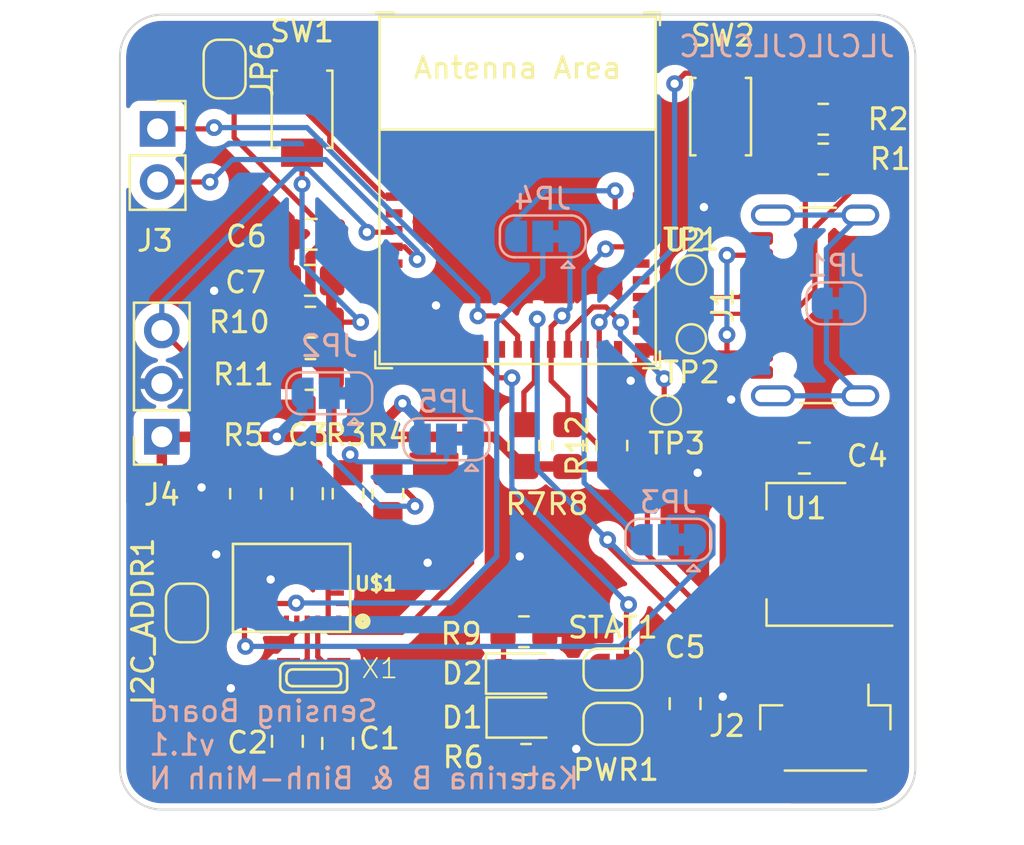
<source format=kicad_pcb>
(kicad_pcb (version 20221018) (generator pcbnew)
  (layers (0 "F.Cu" signal) (31 "B.Cu" signal) (34 "B.Paste" user) (35 "F.Paste" user) (36 "B.SilkS" user "B.Silkscreen") (37 "F.SilkS" user "F.Silkscreen") (38 "B.Mask" user) (39 "F.Mask" user) (44 "Edge.Cuts" user))
  (net 0 "")
  (net 1 "GND")
  (net 2 "Net-(U$1-XIN32)")
  (net 3 "Net-(U$1-XOUT32)")
  (net 4 "Net-(U$1-CAP)")
  (net 5 "Net-(U1-VI)")
  (net 6 "+3V3")
  (net 7 "~{RST}")
  (net 8 "Net-(D1-K)")
  (net 9 "Net-(D1-A)")
  (net 10 "Net-(D2-K)")
  (net 11 "Net-(D2-A)")
  (net 12 "/I2CADDR_3V")
  (net 13 "ADC1-4")
  (net 14 "ADC1-3")
  (net 15 "ADC1-2")
  (net 16 "SDA")
  (net 17 "SCL")
  (net 18 "USB_N")
  (net 19 "USB_P")
  (net 20 "/PS0_3V")
  (net 21 "/PS1_3V")
  (net 22 "GPIO10")
  (net 23 "BOOT")
  (net 25 "/NRESET_3V")
  (net 26 "/INT_3V")
  (net 35 "Net-(U2-GPIO7)")
  (net 44 "Net-(JP2-C)")
  (net 45 "IMU_COM0")
  (net 46 "ESP_RX")
  (net 47 "IMU_COM1")
  (net 48 "ESP_TX")
  (net 49 "Net-(U2-GPIO8)")
  (net 50 "Net-(J1-SHIELD)")
  (net 51 "Net-(J1-CC2)")
  (net 52 "Net-(J1-CC1)")
  (net 53 "Net-(JP5-C)")
  (net 54 "Net-(JP6-A)")
  (footprint "Capacitor_SMD:C_0805_2012Metric_Pad1.18x1.45mm_HandSolder" (layer "F.Cu") (at 58 84.7375 90)
    (fp_text reference "C2")
    (fp_text value "22p")
  )
  (footprint "Resistor_SMD:R_0805_2012Metric_Pad1.20x1.40mm_HandSolder" (layer "F.Cu") (at 59.1 67.2 180)
    (fp_text reference "R11")
    (fp_text value "100k")
  )
  (footprint "sensingBoard-Library:BNO055" (layer "F.Cu") (at 58.2 77.4 180)
    (fp_text reference "U$1")
    (fp_text value "BNO055")
  )
  (footprint "Jumper:SolderJumper-2_P1.3mm_Bridged_RoundedPad1.0x1.5mm" (layer "F.Cu") (at 55 52.6 -90)
    (fp_text reference "JP6")
    (fp_text value "~")
  )
  (footprint "TestPoint:TestPoint_Pad_D1.0mm" (layer "F.Cu") (at 77.3 65.5)
    (fp_text reference "TP2")
    (fp_text value "TestPoint")
  )
  (footprint "Resistor_SMD:R_0805_2012Metric_Pad1.20x1.40mm_HandSolder" (layer "F.Cu") (at 69.3 79.5)
    (fp_text reference "R9")
    (fp_text value "4.7k")
  )
  (footprint "Jumper:SolderJumper-2_P1.3mm_Bridged_RoundedPad1.0x1.5mm" (layer "F.Cu") (at 73.55 81.3)
    (fp_text reference "STAT1")
    (fp_text value "~")
  )
  (footprint "sensingBoard-Library:SMD_Pushbutton_3mmx4mm" (layer "F.Cu") (at 58.7 54.525 -90)
    (fp_text reference "SW1")
    (fp_text value "SW_Push")
  )
  (footprint "Resistor_SMD:R_0805_2012Metric_Pad1.20x1.40mm_HandSolder" (layer "F.Cu") (at 71.4 70.6 90)
    (fp_text reference "R8")
    (fp_text value "2.2k")
  )
  (footprint "Connector_PinSocket_2.54mm:PinSocket_1x03_P2.54mm_Vertical" (layer "F.Cu") (at 52 70.18 180)
    (fp_text reference "J4")
    (fp_text value "Conn_01x03_Socket" hide)
  )
  (footprint "LED_SMD:LED_0805_2012Metric_Pad1.15x1.40mm_HandSolder" (layer "F.Cu") (at 69.35 81.5)
    (fp_text reference "D2")
    (fp_text value "Blue")
  )
  (footprint "Connector_JST:JST_SH_BM04B-SRSS-TB_1x04-1MP_P1.00mm_Vertical" (layer "F.Cu") (at 83.7 84.125 180)
    (fp_text reference "J2")
    (fp_text value "Conn_01x04_MountingPin")
  )
  (footprint "Capacitor_SMD:C_0805_2012Metric_Pad1.18x1.45mm_HandSolder" (layer "F.Cu") (at 60.4 84.8375 90)
    (fp_text reference "C1")
    (fp_text value "22p")
  )
  (footprint "LED_SMD:LED_0805_2012Metric_Pad1.15x1.40mm_HandSolder" (layer "F.Cu") (at 69.375 83.6)
    (fp_text reference "D1")
    (fp_text value "Red")
  )
  (footprint "Resistor_SMD:R_0805_2012Metric_Pad1.20x1.40mm_HandSolder" (layer "F.Cu") (at 69.4 85.6)
    (fp_text reference "R6")
    (fp_text value "4.7k")
  )
  (footprint "Package_TO_SOT_SMD:SOT-223-3_TabPin2" (layer "F.Cu") (at 82.8 75.8 180)
    (fp_text reference "U1")
    (fp_text value "AMS1117")
  )
  (footprint "Connector_PinSocket_2.54mm:PinSocket_1x02_P2.54mm_Vertical" (layer "F.Cu") (at 51.8 55.46)
    (fp_text reference "J3")
    (fp_text value "Conn_01x02_Socket")
  )
  (footprint "PCM_Espressif:ESP32-C3-MINI-1" (layer "F.Cu") (at 69 58.4)
    (fp_text reference "U2")
    (fp_text value "ESP32-C3-MINI-1")
  )
  (footprint "Capacitor_SMD:C_0805_2012Metric_Pad1.18x1.45mm_HandSolder" (layer "F.Cu") (at 58.95575 72.9 -90)
    (fp_text reference "C3")
    (fp_text value "0.1u")
  )
  (footprint "Resistor_SMD:R_0805_2012Metric_Pad1.20x1.40mm_HandSolder" (layer "F.Cu") (at 73.5 70.6 90)
    (fp_text reference "R12")
    (fp_text value "100k")
  )
  (footprint "Resistor_SMD:R_0805_2012Metric_Pad1.20x1.40mm_HandSolder" (layer "F.Cu") (at 83.6 55 180)
    (fp_text reference "R2")
    (fp_text value "5.1K")
  )
  (footprint "sensingBoard-Library:XTAL3215" (layer "F.Cu") (at 59.25575 81.7 180)
    (fp_text reference "X1")
    (fp_text value "32.768")
  )
  (footprint "Jumper:SolderJumper-2_P1.3mm_Open_RoundedPad1.0x1.5mm" (layer "F.Cu") (at 53.2 78.6 90)
    (fp_text reference "I2C_ADDR1")
    (fp_text value "~")
  )
  (footprint "Capacitor_SMD:C_0805_2012Metric_Pad1.18x1.45mm_HandSolder" (layer "F.Cu") (at 59.1 62.7 180)
    (fp_text reference "C7")
    (fp_text value "0.1u")
  )
  (footprint "Capacitor_SMD:C_0805_2012Metric_Pad1.18x1.45mm_HandSolder" (layer "F.Cu") (at 77 82.9375 90)
    (fp_text reference "C5")
    (fp_text value "C")
  )
  (footprint "sensingBoard-Library:SMD_Pushbutton_3mmx4mm" (layer "F.Cu") (at 78.7 54.875 90)
    (fp_text reference "SW2")
    (fp_text value "SW_Push")
  )
  (footprint "Capacitor_SMD:C_0805_2012Metric_Pad1.18x1.45mm_HandSolder" (layer "F.Cu") (at 59.1375 60.5 180)
    (fp_text reference "C6")
    (fp_text value "0.1u")
  )
  (footprint "Jumper:SolderJumper-2_P1.3mm_Bridged_RoundedPad1.0x1.5mm" (layer "F.Cu") (at 73.55 83.9)
    (fp_text reference "PWR1")
    (fp_text value "~")
  )
  (footprint "TestPoint:TestPoint_Pad_D1.0mm" (layer "F.Cu") (at 77.3 62.2)
    (fp_text reference "TP1")
    (fp_text value "TestPoint")
  )
  (footprint "Resistor_SMD:R_0805_2012Metric_Pad1.20x1.40mm_HandSolder" (layer "F.Cu") (at 83.6 56.9 180)
    (fp_text reference "R1")
    (fp_text value "5.1K")
  )
  (footprint "Connector_USB:USB_C_Receptacle_GCT_USB4105-xx-A_16P_TopMnt_Horizontal" (layer "F.Cu") (at 84.3 63.9 90)
    (fp_text reference "J1")
    (fp_text value "USB_C_Receptacle_USB2.0_14P")
  )
  (footprint "Resistor_SMD:R_0805_2012Metric_Pad1.20x1.40mm_HandSolder" (layer "F.Cu") (at 59.1 64.7)
    (fp_text reference "R10")
    (fp_text value "100k")
  )
  (footprint "Resistor_SMD:R_0805_2012Metric_Pad1.20x1.40mm_HandSolder" (layer "F.Cu") (at 56 72.9 90)
    (fp_text reference "R5")
    (fp_text value "10k")
  )
  (footprint "Resistor_SMD:R_0805_2012Metric_Pad1.20x1.40mm_HandSolder" (layer "F.Cu") (at 60.9 72.9 90)
    (fp_text reference "R3")
    (fp_text value "10k")
  )
  (footprint "Resistor_SMD:R_0805_2012Metric_Pad1.20x1.40mm_HandSolder" (layer "F.Cu") (at 62.8 72.9 90)
    (fp_text reference "R4")
    (fp_text value "10k")
  )
  (footprint "Capacitor_SMD:C_0805_2012Metric_Pad1.18x1.45mm_HandSolder" (layer "F.Cu") (at 82.7 71.2 180)
    (fp_text reference "C4")
    (fp_text value "C")
  )
  (footprint "Resistor_SMD:R_0805_2012Metric_Pad1.20x1.40mm_HandSolder" (layer "F.Cu") (at 69.3 70.6 -90)
    (fp_text reference "R7")
    (fp_text value "2.2k")
  )
  (footprint "TestPoint:TestPoint_Pad_D1.0mm" (layer "F.Cu") (at 76.1 68.9)
    (fp_text reference "TP3")
    (fp_text value "TestPoint")
  )
  (footprint "Jumper:SolderJumper-3_P1.3mm_Bridged12_RoundedPad1.0x1.5mm" (layer "B.Cu") (at 60 68.1 180)
    (fp_text reference "JP2")
    (fp_text value "SolderJumper_3_Bridged12")
  )
  (footprint "Jumper:SolderJumper-2_P1.3mm_Bridged_RoundedPad1.0x1.5mm" (layer "B.Cu") (at 84.2 63.8 180)
    (fp_text reference "JP1")
    (fp_text value "~")
  )
  (footprint "Jumper:SolderJumper-3_P1.3mm_Bridged12_RoundedPad1.0x1.5mm" (layer "B.Cu") (at 65.6 70.3 180)
    (fp_text reference "JP5")
    (fp_text value "SolderJumper_3_Bridged12")
  )
  (footprint "Jumper:SolderJumper-3_P1.3mm_Bridged12_RoundedPad1.0x1.5mm" (layer "B.Cu") (at 76.2 75.1 180)
    (fp_text reference "JP3")
    (fp_text value "SolderJumper_3_Bridged12")
  )
  (footprint "Jumper:SolderJumper-3_P1.3mm_Bridged12_RoundedPad1.0x1.5mm" (layer "B.Cu") (at 70.2 60.6 180)
    (fp_text reference "JP4")
    (fp_text value "SolderJumper_3_Bridged12")
  )
  (gr_line (start 86 88) (end 52 88) (stroke (width 0.1)) (layer "Edge.Cuts"))
  (gr_arc (start 50 52) (mid 50.585786 50.585786) (end 52 50) (stroke (width 0.1)) (layer "Edge.Cuts"))
  (gr_line (start 50 86) (end 50 52) (stroke (width 0.1)) (layer "Edge.Cuts"))
  (gr_line (start 88 52) (end 88 86) (stroke (width 0.1)) (layer "Edge.Cuts"))
  (gr_arc (start 88 86) (mid 87.414214 87.414214) (end 86 88) (stroke (width 0.1)) (layer "Edge.Cuts"))
  (gr_line (start 52 50) (end 86 50) (stroke (width 0.1)) (layer "Edge.Cuts"))
  (gr_arc (start 52 88) (mid 50.585786 87.414214) (end 50 86) (stroke (width 0.1)) (layer "Edge.Cuts"))
  (gr_arc (start 86 50) (mid 87.414214 50.585786) (end 88 52) (stroke (width 0.1)) (layer "Edge.Cuts"))
  (gr_text "Sensing Board\nv1.1\nKaterina B & Binh-Minh N" (at 51.3 84.9) (layer "B.SilkS") (effects (font (size 1 1)) (justify right mirror)))
  (gr_text "JLCJLCJLCJLC" (at 87.1 52.1) (layer "B.SilkS") (effects (font (size 1 1)) (justify left bottom mirror)))
  (segment (start 55.95 76.5875) (end 55.8875 76.65) (width 0.25) (layer "F.Cu") (net 1))
  (segment (start 58.5 76.8) (end 58.3 77) (width 0.25) (layer "F.Cu") (net 1))
  (segment (start 56.55 77.65) (end 57.2 77) (width 0.25) (layer "F.Cu") (net 1))
  (segment (start 55.95 75.8375) (end 54.6375 75.8375) (width 0.25) (layer "F.Cu") (net 1))
  (segment (start 55.95 75.8375) (end 55.95 76.5875) (width 0.25) (layer "F.Cu") (net 1))
  (segment (start 60.5125 78.15) (end 62.75 78.15) (width 0.25) (layer "F.Cu") (net 1))
  (segment (start 63.1 66) (end 63.05 66.05) (width 0.25) (layer "F.Cu") (net 1))
  (segment (start 58.3 77) (end 57.2 77) (width 0.25) (layer "F.Cu") (net 1))
  (segment (start 57.275 80.425) (end 56.7 81) (width 0.25) (layer "F.Cu") (net 1))
  (segment (start 56.7 81) (end 56.7 81.1) (width 0.25) (layer "F.Cu") (net 1))
  (segment (start 58.45 76.75) (end 58.5 76.8) (width 0.25) (layer "F.Cu") (net 1))
  (segment (start 58.45 78.9625) (end 58.45 79.475) (width 0.25) (layer "F.Cu") (net 1))
  (segment (start 62.75 78.15) (end 64.7 76.2) (width 0.25) (layer "F.Cu") (net 1))
  (segment (start 54.6375 75.8375) (end 54.6 75.8) (width 0.25) (layer "F.Cu") (net 1))
  (segment (start 57.5 80.425) (end 57.275 80.425) (width 0.25) (layer "F.Cu") (net 1))
  (segment (start 55.8875 77.65) (end 56.55 77.65) (width 0.25) (layer "F.Cu") (net 1))
  (segment (start 58.45 79.475) (end 57.5 80.425) (width 0.25) (layer "F.Cu") (net 1))
  (segment (start 58.45 75.8375) (end 58.45 76.75) (width 0.25) (layer "F.Cu") (net 1))
  (via (at 79.2 68.4) (size 0.8) (drill 0.4) (layers "F.Cu" "B.Cu") (net 1))
  (via (at 53.9 72.6) (size 0.8) (drill 0.4) (layers "F.Cu" "B.Cu") (net 1))
  (via (at 78.8 82.6) (size 0.8) (drill 0.4) (layers "F.Cu" "B.Cu") (net 1))
  (via (at 69.1 75.9) (size 0.8) (drill 0.4) (layers "F.Cu" "B.Cu") (net 1))
  (via (at 74.4 67.5) (size 0.8) (drill 0.4) (layers "F.Cu" "B.Cu") (net 1))
  (via (at 65.1 63.9) (size 0.8) (drill 0.4) (layers "F.Cu" "B.Cu") (net 1))
  (via (at 57.2 77) (size 0.8) (drill 0.4) (layers "F.Cu" "B.Cu") (net 1))
  (via (at 71.8 85.1) (size 0.8) (drill 0.4) (layers "F.Cu" "B.Cu") (net 1))
  (via (at 55.3 82.2) (size 0.8) (drill 0.4) (layers "F.Cu" "B.Cu") (net 1))
  (via (at 64.7 76.2) (size 0.8) (drill 0.4) (layers "F.Cu" "B.Cu") (net 1))
  (via (at 54.5 63.2) (size 0.8) (drill 0.4) (layers "F.Cu" "B.Cu") (net 1))
  (via (at 77.6 71.9) (size 0.8) (drill 0.4) (layers "F.Cu" "B.Cu") (net 1))
  (via (at 77.9 59.2) (size 0.8) (drill 0.4) (layers "F.Cu" "B.Cu") (net 1))
  (via (at 54.6 75.8) (size 0.8) (drill 0.4) (layers "F.Cu" "B.Cu") (net 1))
  (segment (start 59.45 78.9625) (end 59.45 80.69425) (width 0.25) (layer "F.Cu") (net 2))
  (segment (start 60.4 83.8) (end 60.4 81.75575) (width 0.25) (layer "F.Cu") (net 2))
  (segment (start 60.4 81.75575) (end 60.45575 81.7) (width 0.25) (layer "F.Cu") (net 2))
  (segment (start 59.45 80.69425) (end 60.45575 81.7) (width 0.25) (layer "F.Cu") (net 2))
  (segment (start 58.05575 81.7) (end 58.1 81.7) (width 0.25) (layer "F.Cu") (net 3))
  (segment (start 58.05575 83.64425) (end 58.05575 81.7) (width 0.25) (layer "F.Cu") (net 3))
  (segment (start 58.95 78.9625) (end 58.95 80.80575) (width 0.25) (layer "F.Cu") (net 3))
  (segment (start 58 83.7) (end 58.05575 83.64425) (width 0.25) (layer "F.Cu") (net 3))
  (segment (start 58.95 80.80575) (end 58.05575 81.7) (width 0.25) (layer "F.Cu") (net 3))
  (segment (start 58.95575 75.83175) (end 58.95 75.8375) (width 0.25) (layer "F.Cu") (net 4))
  (segment (start 58.95575 73.9375) (end 58.95575 75.83175) (width 0.25) (layer "F.Cu") (net 4))
  (segment (start 85.95 73.5) (end 84.6 73.5) (width 0.5) (layer "F.Cu") (net 5))
  (segment (start 80.62 66.3) (end 79 66.3) (width 0.5) (layer "F.Cu") (net 5))
  (segment (start 83.7375 72.6375) (end 83.7375 71.2) (width 0.5) (layer "F.Cu") (net 5))
  (segment (start 84.6 73.5) (end 83.7375 72.6375) (width 0.5) (layer "F.Cu") (net 5))
  (segment (start 77.9 69.1) (end 78.7 69.9) (width 0.5) (layer "F.Cu") (net 5))
  (segment (start 79 65.3) (end 79 66.3) (width 0.25) (layer "F.Cu") (net 5))
  (segment (start 82.4375 69.9) (end 83.7375 71.2) (width 0.5) (layer "F.Cu") (net 5))
  (segment (start 78.7 69.9) (end 82.4375 69.9) (width 0.5) (layer "F.Cu") (net 5))
  (segment (start 78.6 66.3) (end 77.9 67) (width 0.5) (layer "F.Cu") (net 5))
  (segment (start 77.9 67) (end 77.9 69.1) (width 0.5) (layer "F.Cu") (net 5))
  (segment (start 79 66.3) (end 78.6 66.3) (width 0.5) (layer "F.Cu") (net 5))
  (segment (start 80.62 61.5) (end 79 61.5) (width 0.25) (layer "F.Cu") (net 5))
  (via (at 79 61.5) (size 0.8) (drill 0.4) (layers "F.Cu" "B.Cu") (net 5))
  (via (at 79 65.3) (size 0.8) (drill 0.4) (layers "F.Cu" "B.Cu") (net 5))
  (segment (start 79 61.5) (end 79 65.3) (width 0.25) (layer "B.Cu") (net 5))
  (segment (start 81.6 86.9) (end 84.2 84.3) (width 0.5) (layer "F.Cu") (net 6))
  (segment (start 60.074695 60.5) (end 60.175 60.5) (width 0.25) (layer "F.Cu") (net 6))
  (segment (start 60.1 69.98) (end 60.1 67.2) (width 0.5) (layer "F.Cu") (net 6))
  (segment (start 69.3 71.6) (end 71.4 71.6) (width 0.5) (layer "F.Cu") (net 6))
  (segment (start 60.3 70.18) (end 60.96 70.18) (width 0.5) (layer "F.Cu") (net 6))
  (segment (start 85.95 75.8) (end 85 75.8) (width 0.5) (layer "F.Cu") (net 6))
  (segment (start 59.1 63.903122) (end 59.1 61.575) (width 0.5) (layer "F.Cu") (net 6))
  (segment (start 57.1125 86.9125) (end 72.7875 86.9125) (width 0.5) (layer "F.Cu") (net 6))
  (segment (start 59.95 76.85) (end 59.45 76.35) (width 0.25) (layer "F.Cu") (net 6))
  (segment (start 60 77.15) (end 60.5125 77.15) (width 0.25) (layer "F.Cu") (net 6))
  (segment (start 66.8 76.2) (end 66.8 70.18) (width 0.25) (layer "F.Cu") (net 6))
  (segment (start 57.5 70.18) (end 60.3 70.18) (width 0.5) (layer "F.Cu") (net 6))
  (segment (start 72.7875 86.9125) (end 74.2 85.5) (width 0.5) (layer "F.Cu") (net 6))
  (segment (start 59.1 61.575) (end 60.175 60.5) (width 0.5) (layer "F.Cu") (net 6))
  (segment (start 77 83.975) (end 79.925 86.9) (width 0.5) (layer "F.Cu") (net 6))
  (segment (start 59.95 77.7) (end 60 77.65) (width 0.25) (layer "F.Cu") (net 6))
  (segment (start 79.65 75.8) (end 85.95 75.8) (width 0.5) (layer "F.Cu") (net 6))
  (segment (start 58.1 64.7) (end 58.303122 64.7) (width 0.5) (layer "F.Cu") (net 6))
  (segment (start 59.95 79.475) (end 60 79.525) (width 0.25) (layer "F.Cu") (net 6))
  (segment (start 52.45 79.25) (end 53.2 79.25) (width 0.5) (layer "F.Cu") (net 6))
  (segment (start 85 75.8) (end 84.2 76.6) (width 0.5) (layer "F.Cu") (net 6))
  (segment (start 63.5 70.18) (end 66.8 70.18) (width 0.5) (layer "F.Cu") (net 6))
  (segment (start 60.1 67.2) (end 59.9 67.2) (width 0.5) (layer "F.Cu") (net 6))
  (segment (start 79.925 86.9) (end 80.5 86.9) (width 0.5) (layer "F.Cu") (net 6))
  (segment (start 60.96 70.18) (end 63.5 70.18) (width 0.5) (layer "F.Cu") (net 6))
  (segment (start 53.2 83) (end 57.1125 86.9125) (width 0.5) (layer "F.Cu") (net 6))
  (segment (start 53.2 79.25) (end 53.2 83) (width 0.5) (layer "F.Cu") (net 6))
  (segment (start 63.5 68.58) (end 61.9 70.18) (width 0.5) (layer "F.Cu") (net 6))
  (segment (start 66.8 70.18) (end 67.88 70.18) (width 0.5) (layer "F.Cu") (net 6))
  (segment (start 59.95 77.7) (end 59.95 77.2) (width 0.25) (layer "F.Cu") (net 6))
  (segment (start 84.2 76.6) (end 84.2 82.8) (width 0.5) (layer "F.Cu") (net 6))
  (segment (start 59.9 67.2) (end 58.1 65.4) (width 0.5) (layer "F.Cu") (net 6))
  (segment (start 52 72.9) (end 50.9 74) (width 0.5) (layer "F.Cu") (net 6))
  (segment (start 71.4 71.6) (end 73.5 71.6) (width 0.5) (layer "F.Cu") (net 6))
  (segment (start 60 79.525) (end 63.475 79.525) (width 0.25) (layer "F.Cu") (net 6))
  (segment (start 77 83.975) (end 74.275 83.975) (width 0.5) (layer "F.Cu") (net 6))
  (segment (start 55.455723 55.881028) (end 60.074695 60.5) (width 0.25) (layer "F.Cu") (net 6))
  (segment (start 60 77.65) (end 60.5125 77.65) (width 0.25) (layer "F.Cu") (net 6))
  (segment (start 84.2 84.3) (end 84.2 82.8) (width 0.5) (layer "F.Cu") (net 6))
  (segment (start 59.95 78.9625) (end 59.95 79.475) (width 0.25) (layer "F.Cu") (net 6))
  (segment (start 52 70.18) (end 52 72.9) (width 0.5) (layer "F.Cu") (net 6))
  (segment (start 59.95 78.9625) (end 59.95 77.7) (width 0.25) (layer "F.Cu") (net 6))
  (segment (start 58.1 65.4) (end 58.1 64.7) (width 0.5) (layer "F.Cu") (net 6))
  (segment (start 58.303122 64.7) (end 59.1 63.903122) (width 0.5) (layer "F.Cu") (net 6))
  (segment (start 50.9 74) (end 50.9 77.7) (width 0.5) (layer "F.Cu") (net 6))
  (segment (start 60.3 70.18) (end 60.1 69.98) (width 0.5) (layer "F.Cu") (net 6))
  (segment (start 63.475 79.525) (end 66.8 76.2) (width 0.25) (layer "F.Cu") (net 6))
  (segment (start 55.455723 53.705723) (end 55.455723 55.881028) (width 0.25) (layer "F.Cu") (net 6))
  (segment (start 74.2 85.5) (end 74.2 83.9) (width 0.5) (layer "F.Cu") (net 6))
  (segment (start 67.88 70.18) (end 69.3 71.6) (width 0.5) (layer "F.Cu") (net 6))
  (segment (start 55 53.25) (end 55.455723 53.705723) (width 0.25) (layer "F.Cu") (net 6))
  (segment (start 59.45 76.35) (end 59.45 75.8375) (width 0.25) (layer "F.Cu") (net 6))
  (segment (start 61.9 70.18) (end 60.96 70.18) (width 0.5) (layer "F.Cu") (net 6))
  (segment (start 50.9 77.7) (end 52.45 79.25) (width 0.5) (layer "F.Cu") (net 6))
  (segment (start 59.95 77.2) (end 60 77.15) (width 0.25) (layer "F.Cu") (net 6))
  (segment (start 74.275 83.975) (end 74.2 83.9) (width 0.5) (layer "F.Cu") (net 6))
  (segment (start 59.95 77.2) (end 59.95 76.85) (width 0.25) (layer "F.Cu") (net 6))
  (segment (start 52 70.18) (end 57.5 70.18) (width 0.5) (layer "F.Cu") (net 6))
  (segment (start 80.5 86.9) (end 81.6 86.9) (width 0.5) (layer "F.Cu") (net 6))
  (segment (start 84.4 82.6) (end 84.2 82.8) (width 0.25) (layer "F.Cu") (net 6))
  (via (at 57.5 70.18) (size 0.8) (drill 0.4) (layers "F.Cu" "B.Cu") (net 6))
  (via (at 63.5 68.58) (size 0.8) (drill 0.4) (layers "F.Cu" "B.Cu") (net 6))
  (segment (start 57.5 70.18) (end 58.7 68.98) (width 0.5) (layer "B.Cu") (net 6))
  (segment (start 58.7 68.98) (end 58.7 68.1) (width 0.5) (layer "B.Cu") (net 6))
  (segment (start 64.3 69.38) (end 63.5 68.58) (width 0.5) (layer "B.Cu") (net 6))
  (segment (start 64.3 70.3) (end 64.3 69.38) (width 0.5) (layer "B.Cu") (net 6))
  (segment (start 60.1 64.7) (end 60.1 62.7375) (width 0.5) (layer "F.Cu") (net 7))
  (segment (start 58.7 56.6) (end 58.7 58.1) (width 0.25) (layer "F.Cu") (net 7))
  (segment (start 60.1375 62.7) (end 63.1 62.7) (width 0.5) (layer "F.Cu") (net 7))
  (segment (start 60.1 62.7375) (end 60.1375 62.7) (width 0.5) (layer "F.Cu") (net 7))
  (segment (start 61.5 64.7) (end 60.1 64.7) (width 0.25) (layer "F.Cu") (net 7))
  (via (at 61.5 64.7) (size 0.8) (drill 0.4) (layers "F.Cu" "B.Cu") (net 7))
  (via (at 58.7 58.1) (size 0.8) (drill 0.4) (layers "F.Cu" "B.Cu") (net 7))
  (segment (start 58.7 61.9) (end 58.7 58.1) (width 0.25) (layer "B.Cu") (net 7))
  (segment (start 61.5 64.7) (end 58.7 61.9) (width 0.25) (layer "B.Cu") (net 7))
  (segment (start 68.35 85.55) (end 68.4 85.6) (width 0.25) (layer "F.Cu") (net 8))
  (segment (start 68.35 83.6) (end 68.35 85.55) (width 0.25) (layer "F.Cu") (net 8))
  (segment (start 70.4 83.6) (end 72.6 83.6) (width 0.5) (layer "F.Cu") (net 9))
  (segment (start 72.6 83.6) (end 72.9 83.9) (width 0.5) (layer "F.Cu") (net 9))
  (segment (start 68.325 79.525) (end 68.3 79.5) (width 0.25) (layer "F.Cu") (net 10))
  (segment (start 68.325 81.5) (end 68.325 79.525) (width 0.25) (layer "F.Cu") (net 10))
  (segment (start 72.7 81.5) (end 72.9 81.3) (width 0.5) (layer "F.Cu") (net 11))
  (segment (start 70.375 81.5) (end 72.7 81.5) (width 0.5) (layer "F.Cu") (net 11))
  (segment (start 53.2 77.95) (end 54 77.15) (width 0.25) (layer "F.Cu") (net 12))
  (segment (start 53.2 74.9) (end 53.2 77.95) (width 0.25) (layer "F.Cu") (net 12))
  (segment (start 54.2 73.9) (end 53.2 74.9) (width 0.25) (layer "F.Cu") (net 12))
  (segment (start 54 77.15) (end 55.8875 77.15) (width 0.25) (layer "F.Cu") (net 12))
  (segment (start 56 73.9) (end 54.2 73.9) (width 0.25) (layer "F.Cu") (net 12))
  (segment (start 67.1 64.400002) (end 68.050002 64.400002) (width 0.25) (layer "F.Cu") (net 13))
  (segment (start 51.8 55.46) (end 54.44 55.46) (width 0.25) (layer "F.Cu") (net 13))
  (segment (start 54.44 55.46) (end 54.5 55.4) (width 0.25) (layer "F.Cu") (net 13))
  (segment (start 68.050002 64.400002) (end 69 65.35) (width 0.25) (layer "F.Cu") (net 13))
  (segment (start 69 65.35) (end 69 66) (width 0.25) (layer "F.Cu") (net 13))
  (via (at 67.1 64.400002) (size 0.8) (drill 0.4) (layers "F.Cu" "B.Cu") (net 13))
  (via (at 54.5 55.4) (size 0.8) (drill 0.4) (layers "F.Cu" "B.Cu") (net 13))
  (segment (start 67.1 63.561396) (end 67.1 64.400002) (width 0.25) (layer "B.Cu") (net 13))
  (segment (start 54.5 55.4) (end 58.938604 55.4) (width 0.25) (layer "B.Cu") (net 13))
  (segment (start 58.938604 55.4) (end 67.1 63.561396) (width 0.25) (layer "B.Cu") (net 13))
  (segment (start 63.6 61.1) (end 63.1 61.1) (width 0.25) (layer "F.Cu") (net 14))
  (segment (start 51.8 58) (end 54.3 58) (width 0.25) (layer "F.Cu") (net 14))
  (segment (start 64.2 61.7) (end 63.6 61.1) (width 0.25) (layer "F.Cu") (net 14))
  (via (at 54.3 58) (size 0.8) (drill 0.4) (layers "F.Cu" "B.Cu") (net 14))
  (via (at 64.2 61.7) (size 0.8) (drill 0.4) (layers "F.Cu" "B.Cu") (net 14))
  (segment (start 64.101104 61.198896) (end 64.2 61.297792) (width 0.25) (layer "B.Cu") (net 14))
  (segment (start 55.375 56.925) (end 59.827208 56.925) (width 0.25) (layer "B.Cu") (net 14))
  (segment (start 54.3 58) (end 55.375 56.925) (width 0.25) (layer "B.Cu") (net 14))
  (segment (start 64.2 61.297792) (end 64.2 61.7) (width 0.25) (layer "B.Cu") (net 14))
  (segment (start 59.827208 56.925) (end 64.101104 61.198896) (width 0.25) (layer "B.Cu") (net 14))
  (segment (start 58.1 67.2) (end 54.1 67.2) (width 0.25) (layer "F.Cu") (net 15))
  (segment (start 63 60.4) (end 63.1 60.3) (width 0.25) (layer "F.Cu") (net 15))
  (segment (start 61.8 60.4) (end 63 60.4) (width 0.25) (layer "F.Cu") (net 15))
  (segment (start 54.1 67.2) (end 52 65.1) (width 0.25) (layer "F.Cu") (net 15))
  (via (at 61.8 60.4) (size 0.8) (drill 0.4) (layers "F.Cu" "B.Cu") (net 15))
  (segment (start 58.399695 57.375) (end 59.000305 57.375) (width 0.25) (layer "B.Cu") (net 15))
  (segment (start 59.000305 57.375) (end 61.8 60.174695) (width 0.25) (layer "B.Cu") (net 15))
  (segment (start 61.8 60.174695) (end 61.8 60.4) (width 0.25) (layer "B.Cu") (net 15))
  (segment (start 52 65.1) (end 52 63.774695) (width 0.25) (layer "B.Cu") (net 15))
  (segment (start 52 63.774695) (end 58.399695 57.375) (width 0.25) (layer "B.Cu") (net 15))
  (segment (start 69.3 68.05) (end 69.3 69.6) (width 0.25) (layer "F.Cu") (net 16))
  (segment (start 69.936331 65.863669) (end 69.8 66) (width 0.25) (layer "F.Cu") (net 16))
  (segment (start 82.874999 83.9) (end 81.849092 83.9) (width 0.25) (layer "F.Cu") (net 16))
  (segment (start 69.8 67.55) (end 69.3 68.05) (width 0.25) (layer "F.Cu") (net 16))
  (segment (start 69.936331 64.548876) (end 69.936331 65.863669) (width 0.25) (layer "F.Cu") (net 16))
  (segment (start 73.3 75.350908) (end 73.3 75.1) (width 0.25) (layer "F.Cu") (net 16))
  (segment (start 83.2 82.8) (end 83.2 83.574999) (width 0.25) (layer "F.Cu") (net 16))
  (segment (start 69.8 66) (end 69.8 67.55) (width 0.25) (layer "F.Cu") (net 16))
  (segment (start 83.2 83.574999) (end 82.874999 83.9) (width 0.25) (layer "F.Cu") (net 16))
  (segment (start 81.849092 83.9) (end 73.3 75.350908) (width 0.25) (layer "F.Cu") (net 16))
  (via (at 73.3 75.1) (size 0.8) (drill 0.4) (layers "F.Cu" "B.Cu") (net 16))
  (via (at 69.936331 64.548876) (size 0.8) (drill 0.4) (layers "F.Cu" "B.Cu") (net 16))
  (segment (start 69.936331 71.736331) (end 69.936331 64.548876) (width 0.25) (layer "B.Cu") (net 16))
  (segment (start 74.375 76.175) (end 73.3 75.1) (width 0.25) (layer "B.Cu") (net 16))
  (segment (start 73.3 75.1) (end 69.936331 71.736331) (width 0.25) (layer "B.Cu") (net 16))
  (segment (start 77.5 75.1) (end 77.5 75.85) (width 0.25) (layer "B.Cu") (net 16))
  (segment (start 77.175 76.175) (end 74.375 76.175) (width 0.25) (layer "B.Cu") (net 16))
  (segment (start 77.5 75.85) (end 77.175 76.175) (width 0.25) (layer "B.Cu") (net 16))
  (segment (start 71.4 68.3) (end 71.4 69.6) (width 0.25) (layer "F.Cu") (net 17))
  (segment (start 74.275 70.675) (end 75.2 71.6) (width 0.25) (layer "F.Cu") (net 17))
  (segment (start 72.9549 70.675) (end 74.275 70.675) (width 0.25) (layer "F.Cu") (net 17))
  (segment (start 75.2 71.6) (end 75.2 75.8) (width 0.25) (layer "F.Cu") (net 17))
  (segment (start 70.6 64.920002) (end 70.6 66) (width 0.25) (layer "F.Cu") (net 17))
  (segment (start 75.2 75.8) (end 82.2 82.8) (width 0.25) (layer "F.Cu") (net 17))
  (segment (start 70.6 66) (end 70.6 67.5) (width 0.25) (layer "F.Cu") (net 17))
  (segment (start 71.4 69.6) (end 71.8799 69.6) (width 0.25) (layer "F.Cu") (net 17))
  (segment (start 70.6 67.5) (end 71.4 68.3) (width 0.25) (layer "F.Cu") (net 17))
  (segment (start 71.8799 69.6) (end 72.9549 70.675) (width 0.25) (layer "F.Cu") (net 17))
  (segment (start 71.12 64.400002) (end 70.6 64.920002) (width 0.25) (layer "F.Cu") (net 17))
  (segment (start 71.1 69.7) (end 71.1 69.5) (width 0.25) (layer "F.Cu") (net 17))
  (via (at 71.12 64.400002) (size 0.8) (drill 0.4) (layers "F.Cu" "B.Cu") (net 17))
  (segment (start 71.5 64.020002) (end 71.12 64.400002) (width 0.25) (layer "B.Cu") (net 17))
  (segment (start 71.5 60.6) (end 71.5 64.020002) (width 0.25) (layer "B.Cu") (net 17))
  (segment (start 79.831295 64.468705) (end 79.745 64.38241) (width 0.2) (layer "F.Cu") (net 18))
  (segment (start 77.3 65.5) (end 77.3 64.3) (width 0.2) (layer "F.Cu") (net 18))
  (segment (start 80.62 64.65) (end 80.01259 64.65) (width 0.2) (layer "F.Cu") (net 18))
  (segment (start 79.66259 64.3) (end 79.831295 64.468705) (width 0.2) (layer "F.Cu") (net 18))
  (segment (start 74.9 64.3) (end 77.3 64.3) (width 0.2) (layer "F.Cu") (net 18))
  (segment (start 79.745 64.38241) (end 79.745 63.91759) (width 0.2) (layer "F.Cu") (net 18))
  (segment (start 80.01259 63.65) (end 80.62 63.65) (width 0.2) (layer "F.Cu") (net 18))
  (segment (start 77.3 64.3) (end 79.66259 64.3) (width 0.2) (layer "F.Cu") (net 18))
  (segment (start 80.01259 64.65) (end 79.831295 64.468705) (width 0.2) (layer "F.Cu") (net 18))
  (segment (start 79.745 63.91759) (end 80.01259 63.65) (width 0.2) (layer "F.Cu") (net 18))
  (segment (start 80.62 63.15) (end 79.95 63.15) (width 0.2) (layer "F.Cu") (net 19))
  (segment (start 74.9 63.5) (end 77.3 63.5) (width 0.2) (layer "F.Cu") (net 19))
  (segment (start 79.95 63.15) (end 79.8 63.3) (width 0.2) (layer "F.Cu") (net 19))
  (segment (start 77.3 63.5) (end 79.596904 63.5) (width 0.2) (layer "F.Cu") (net 19))
  (segment (start 79.596904 63.5) (end 79.798452 63.298452) (width 0.2) (layer "F.Cu") (net 19))
  (segment (start 80.62 63.15) (end 81.22741 63.15) (width 0.2) (layer "F.Cu") (net 19))
  (segment (start 77.3 62.2) (end 77.3 63.5) (width 0.2) (layer "F.Cu") (net 19))
  (segment (start 81.22741 63.15) (end 81.495 63.41759) (width 0.2) (layer "F.Cu") (net 19))
  (segment (start 81.495 63.41759) (end 81.495 63.88241) (width 0.2) (layer "F.Cu") (net 19))
  (segment (start 81.495 63.88241) (end 81.22741 64.15) (width 0.2) (layer "F.Cu") (net 19))
  (segment (start 81.22741 64.15) (end 80.62 64.15) (width 0.2) (layer "F.Cu") (net 19))
  (segment (start 60.9 75.3875) (end 60.45 75.8375) (width 0.25) (layer "F.Cu") (net 20))
  (segment (start 60.9 73.9) (end 60.9 75.3875) (width 0.25) (layer "F.Cu") (net 20))
  (segment (start 62.8 74.3625) (end 60.5125 76.65) (width 0.25) (layer "F.Cu") (net 21))
  (segment (start 62.8 73.9) (end 62.8 74.3625) (width 0.25) (layer "F.Cu") (net 21))
  (segment (start 68.109867 67.359867) (end 68.725 67.359867) (width 0.25) (layer "F.Cu") (net 22))
  (segment (start 74.2 78.3) (end 74.2 81.3) (width 0.25) (layer "F.Cu") (net 22))
  (segment (start 67.4 66) (end 67.4 66.65) (width 0.25) (layer "F.Cu") (net 22))
  (segment (start 67.4 66.65) (end 68.109867 67.359867) (width 0.25) (layer "F.Cu") (net 22))
  (segment (start 74.3 78.2) (end 74.2 78.3) (width 0.25) (layer "F.Cu") (net 22))
  (via (at 74.3 78.2) (size 0.8) (drill 0.4) (layers "F.Cu" "B.Cu") (net 22))
  (via (at 68.725 67.359867) (size 0.8) (drill 0.4) (layers "F.Cu" "B.Cu") (net 22))
  (segment (start 68.725 67.359867) (end 68.725 72.625) (width 0.25) (layer "B.Cu") (net 22))
  (segment (start 68.725 72.625) (end 74.3 78.2) (width 0.25) (layer "B.Cu") (net 22))
  (segment (start 72.9 64.7) (end 72.9 65.9) (width 0.25) (layer "F.Cu") (net 23))
  (segment (start 72.9 65.9) (end 73 66) (width 0.25) (layer "F.Cu") (net 23))
  (segment (start 78.7 52.8) (end 77 52.8) (width 0.25) (layer "F.Cu") (net 23))
  (segment (start 77 52.8) (end 76.5 53.3) (width 0.25) (layer "F.Cu") (net 23))
  (via (at 76.5 53.3) (size 0.8) (drill 0.4) (layers "F.Cu" "B.Cu") (net 23))
  (via (at 72.9 64.7) (size 0.8) (drill 0.4) (layers "F.Cu" "B.Cu") (net 23))
  (segment (start 76.5 61.1) (end 72.9 64.7) (width 0.25) (layer "B.Cu") (net 23))
  (segment (start 76.5 53.3) (end 76.5 61.1) (width 0.25) (layer "B.Cu") (net 23))
  (segment (start 71.4 66) (end 71.4 65.174695) (width 0.25) (layer "F.Cu") (net 35))
  (segment (start 71.4 65.174695) (end 72.599695 63.975) (width 0.25) (layer "F.Cu") (net 35))
  (segment (start 76 68.8) (end 76.1 68.9) (width 0.25) (layer "F.Cu") (net 35))
  (segment (start 76 67.4) (end 76 68.8) (width 0.25) (layer "F.Cu") (net 35))
  (segment (start 72.599695 63.975) (end 73.214523 63.975) (width 0.25) (layer "F.Cu") (net 35))
  (segment (start 73.912653 64.67313) (end 73.912653 64.712653) (width 0.25) (layer "F.Cu") (net 35))
  (segment (start 73.214523 63.975) (end 73.912653 64.67313) (width 0.25) (layer "F.Cu") (net 35))
  (via (at 73.912653 64.712653) (size 0.8) (drill 0.4) (layers "F.Cu" "B.Cu") (net 35))
  (via (at 76 67.4) (size 0.8) (drill 0.4) (layers "F.Cu" "B.Cu") (net 35))
  (segment (start 73.912653 64.712653) (end 73.912653 65.312653) (width 0.25) (layer "B.Cu") (net 35))
  (segment (start 73.912653 65.312653) (end 76 67.4) (width 0.25) (layer "B.Cu") (net 35))
  (segment (start 64.098436 73.498438) (end 64.098436 73.198436) (width 0.25) (layer "F.Cu") (net 44))
  (segment (start 64.098436 73.198436) (end 62.8 71.9) (width 0.25) (layer "F.Cu") (net 44))
  (via (at 64.098436 73.498438) (size 0.8) (drill 0.4) (layers "F.Cu" "B.Cu") (net 44))
  (segment (start 60 68.1) (end 60 71.055305) (width 0.25) (layer "B.Cu") (net 44))
  (segment (start 62.443133 73.498438) (end 64.098436 73.498438) (width 0.25) (layer "B.Cu") (net 44))
  (segment (start 60 71.055305) (end 62.443133 73.498438) (width 0.25) (layer "B.Cu") (net 44))
  (segment (start 56 80.2) (end 55.95 80.15) (width 0.25) (layer "F.Cu") (net 45))
  (segment (start 55.95 80.15) (end 55.95 78.9625) (width 0.25) (layer "F.Cu") (net 45))
  (via (at 56 80.2) (size 0.8) (drill 0.4) (layers "F.Cu" "B.Cu") (net 45))
  (segment (start 76.2 74.1) (end 76.275 74.025) (width 0.25) (layer "B.Cu") (net 45))
  (segment (start 78.330142 75.769858) (end 73.9 80.2) (width 0.25) (layer "B.Cu") (net 45))
  (segment (start 77.925 74.025) (end 78.330142 74.430142) (width 0.25) (layer "B.Cu") (net 45))
  (segment (start 76.275 74.025) (end 77.925 74.025) (width 0.25) (layer "B.Cu") (net 45))
  (segment (start 73.9 80.2) (end 56 80.2) (width 0.25) (layer "B.Cu") (net 45))
  (segment (start 78.330142 74.430142) (end 78.330142 75.769858) (width 0.25) (layer "B.Cu") (net 45))
  (segment (start 76.2 75.1) (end 76.2 74.1) (width 0.25) (layer "B.Cu") (net 45))
  (segment (start 73.3 61.1) (end 74.9 61.1) (width 0.25) (layer "F.Cu") (net 46))
  (segment (start 73.2 61.2) (end 73.3 61.1) (width 0.25) (layer "F.Cu") (net 46))
  (via (at 73.2 61.2) (size 0.8) (drill 0.4) (layers "F.Cu" "B.Cu") (net 46))
  (segment (start 74.9 75.1) (end 72.175 72.375) (width 0.25) (layer "B.Cu") (net 46))
  (segment (start 72.175 72.375) (end 72.175 62.225) (width 0.25) (layer "B.Cu") (net 46))
  (segment (start 72.175 62.225) (end 73.2 61.2) (width 0.25) (layer "B.Cu") (net 46))
  (segment (start 58.394998 78.15) (end 55.8875 78.15) (width 0.25) (layer "F.Cu") (net 47))
  (segment (start 58.42 78.124998) (end 58.394998 78.15) (width 0.25) (layer "F.Cu") (net 47))
  (via (at 58.42 78.124998) (size 0.8) (drill 0.4) (layers "F.Cu" "B.Cu") (net 47))
  (segment (start 68 64.725) (end 68 75.9) (width 0.25) (layer "B.Cu") (net 47))
  (segment (start 65.775002 78.124998) (end 58.42 78.124998) (width 0.25) (layer "B.Cu") (net 47))
  (segment (start 70.2 62.525) (end 68 64.725) (width 0.25) (layer "B.Cu") (net 47))
  (segment (start 68 75.9) (end 65.775002 78.124998) (width 0.25) (layer "B.Cu") (net 47))
  (segment (start 70.2 60.6) (end 70.2 62.525) (width 0.25) (layer "B.Cu") (net 47))
  (segment (start 73.66 59.71) (end 74.25 60.3) (width 0.25) (layer "F.Cu") (net 48))
  (segment (start 74.25 60.3) (end 74.9 60.3) (width 0.25) (layer "F.Cu") (net 48))
  (segment (start 73.66 58.42) (end 73.66 59.71) (width 0.25) (layer "F.Cu") (net 48))
  (via (at 73.66 58.42) (size 0.8) (drill 0.4) (layers "F.Cu" "B.Cu") (net 48))
  (segment (start 68.9 59.85) (end 70.33 58.42) (width 0.25) (layer "B.Cu") (net 48))
  (segment (start 68.9 60.6) (end 68.9 59.85) (width 0.25) (layer "B.Cu") (net 48))
  (segment (start 70.33 58.42) (end 73.66 58.42) (width 0.25) (layer "B.Cu") (net 48))
  (segment (start 72.2 68.3) (end 72.2 66) (width 0.25) (layer "F.Cu") (net 49))
  (segment (start 73.5 69.6) (end 72.2 68.3) (width 0.25) (layer "F.Cu") (net 49))
  (segment (start 85.375 59.58) (end 81.195 59.58) (width 0.25) (layer "B.Cu") (net 50))
  (segment (start 85.375 68.22) (end 83.75 66.595) (width 0.25) (layer "B.Cu") (net 50))
  (segment (start 83.75 66.595) (end 83.75 63.9) (width 0.25) (layer "B.Cu") (net 50))
  (segment (start 83.75 63.9) (end 83.75 61.205) (width 0.25) (layer "B.Cu") (net 50))
  (segment (start 81.195 68.22) (end 85.375 68.22) (width 0.25) (layer "B.Cu") (net 50))
  (segment (start 83.75 61.205) (end 85.375 59.58) (width 0.25) (layer "B.Cu") (net 50))
  (segment (start 82.25 62.15) (end 80.62 62.15) (width 0.25) (layer "F.Cu") (net 51))
  (segment (start 84.6 56.9) (end 82.745 58.755) (width 0.25) (layer "F.Cu") (net 51))
  (segment (start 82.745 58.755) (end 82.745 61.655) (width 0.25) (layer "F.Cu") (net 51))
  (segment (start 82.745 61.655) (end 82.25 62.15) (width 0.25) (layer "F.Cu") (net 51))
  (segment (start 83.2 63.212764) (end 81.262764 65.15) (width 0.25) (layer "F.Cu") (net 52))
  (segment (start 83.2 60.188274) (end 83.2 63.212764) (width 0.25) (layer "F.Cu") (net 52))
  (segment (start 84.6 55) (end 85.525 55.925) (width 0.25) (layer "F.Cu") (net 52))
  (segment (start 85.525 57.863274) (end 83.2 60.188274) (width 0.25) (layer "F.Cu") (net 52))
  (segment (start 85.525 55.925) (end 85.525 57.863274) (width 0.25) (layer "F.Cu") (net 52))
  (segment (start 81.262764 65.15) (end 80.62 65.15) (width 0.25) (layer "F.Cu") (net 52))
  (segment (start 61 71.8) (end 60.9 71.9) (width 0.25) (layer "F.Cu") (net 53))
  (segment (start 61 71.03) (end 61 71.8) (width 0.25) (layer "F.Cu") (net 53))
  (via (at 61 71.03) (size 0.8) (drill 0.4) (layers "F.Cu" "B.Cu") (net 53))
  (segment (start 61.345 71.375) (end 61 71.03) (width 0.25) (layer "B.Cu") (net 53))
  (segment (start 65.6 70.3) (end 65.6 71.3) (width 0.25) (layer "B.Cu") (net 53))
  (segment (start 65.6 71.3) (end 65.525 71.375) (width 0.25) (layer "B.Cu") (net 53))
  (segment (start 65.525 71.375) (end 61.345 71.375) (width 0.25) (layer "B.Cu") (net 53))
  (segment (start 63.1 58.7) (end 62.65 58.7) (width 0.25) (layer "F.Cu") (net 54))
  (segment (start 57.375 53.45) (end 55.875 51.95) (width 0.25) (layer "F.Cu") (net 54))
  (segment (start 62.65 58.7) (end 60.025 56.075) (width 0.25) (layer "F.Cu") (net 54))
  (segment (start 60.025 55.775) (end 57.7 53.45) (width 0.25) (layer "F.Cu") (net 54))
  (segment (start 57.7 53.45) (end 57.375 53.45) (width 0.25) (layer "F.Cu") (net 54))
  (segment (start 60.025 56.075) (end 60.025 55.775) (width 0.25) (layer "F.Cu") (net 54))
  (segment (start 55.875 51.95) (end 55 51.95) (width 0.25) (layer "F.Cu") (net 54))
  (zone (net 1) (net_name "GND") (layers "F&B.Cu") (connect_pads (clearance 0.5)) (min_thickness 0.2) (fill yes (thermal_gap 0.2) (thermal_bridge_width 0.5))
    (polygon (pts (xy 48.5 49.3) (xy 48.4 89.7) (xy 90.1 89.6) (xy 89.9 49.5)))
  )
)
</source>
